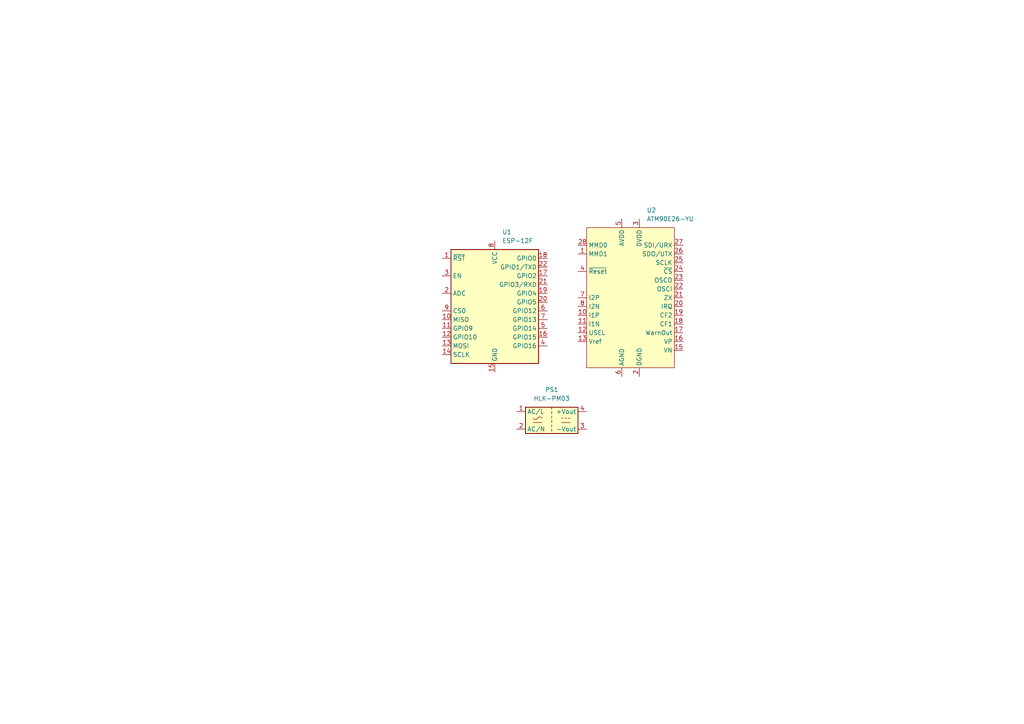
<source format=kicad_sch>
(kicad_sch (version 20250114) (generator "eeschema") (generator_version "9.0")
  (paper "A4")
  (lib_symbols
    (symbol "Converter_ACDC:HLK-PM03"
      (property "Reference" "PS" (at 0 5.08 0))
      (property "Value" "HLK-PM03" (at 0 -5.08 0))
      (symbol "HLK-PM03_0_1"
        (rectangle (start -7.62 3.81) (end 7.62 -3.81) (stroke (width 0.254)) (fill (type background)))
        (polyline (pts (xy -5.334 -0.635) (xy -2.794 -0.635)))
        (arc (start -4.064 0.635) (mid -4.699 0.2495) (end -5.334 0.635))
        (arc (start -4.064 0.635) (mid -3.429 1.0072) (end -2.794 0.635))
        (polyline (pts (xy 0 3.81) (xy 0 3.175)))
        (polyline (pts (xy 0 2.54) (xy 0 1.905)))
        (polyline (pts (xy 0 1.27) (xy 0 0.635)))
        (polyline (pts (xy 0 0) (xy 0 -0.635)))
        (polyline (pts (xy 0 -1.27) (xy 0 -1.905)))
        (polyline (pts (xy 0 -2.54) (xy 0 -3.175)))
        (polyline (pts (xy 2.794 0.635) (xy 3.302 0.635)))
        (polyline (pts (xy 2.794 -0.635) (xy 5.334 -0.635)))
        (polyline (pts (xy 3.81 0.635) (xy 4.318 0.635)))
        (polyline (pts (xy 4.826 0.635) (xy 5.334 0.635)))
      )
      (symbol "HLK-PM03_1_1"
        (pin power_in line (at -10.16 2.54 0) (length 2.54) (name "AC/L") (number "1"))
        (pin power_in line (at -10.16 -2.54 0) (length 2.54) (name "AC/N") (number "2"))
        (pin power_out line (at 10.16 2.54 180) (length 2.54) (name "+Vout") (number "4"))
        (pin power_out line (at 10.16 -2.54 180) (length 2.54) (name "-Vout") (number "3"))
      )
    )
    (symbol "RF_Module:ESP-12F"
      (property "Reference" "U" (at -12.7 19.05 0))
      (property "Value" "ESP-12F" (at 12.7 19.05 0))
      (symbol "ESP-12F_0_1"
        (rectangle (start -12.7 17.78) (end 12.7 -15.24) (stroke (width 0.254)) (fill (type background)))
      )
      (symbol "ESP-12F_1_1"
        (pin input line (at -15.24 15.24 0) (length 2.54) (name "~{RST}") (number "1"))
        (pin input line (at -15.24 10.16 0) (length 2.54) (name "EN") (number "3"))
        (pin input line (at -15.24 5.08 0) (length 2.54) (name "ADC") (number "2"))
        (pin input line (at -15.24 0 0) (length 2.54) (name "CS0") (number "9"))
        (pin bidirectional line (at -15.24 -2.54 0) (length 2.54) (name "MISO") (number "10"))
        (pin bidirectional line (at -15.24 -5.08 0) (length 2.54) (name "GPIO9") (number "11"))
        (pin bidirectional line (at -15.24 -7.62 0) (length 2.54) (name "GPIO10") (number "12"))
        (pin bidirectional line (at -15.24 -10.16 0) (length 2.54) (name "MOSI") (number "13"))
        (pin bidirectional line (at -15.24 -12.7 0) (length 2.54) (name "SCLK") (number "14"))
        (pin power_in line (at 0 20.32 270) (length 2.54) (name "VCC") (number "8"))
        (pin power_in line (at 0 -17.78 90) (length 2.54) (name "GND") (number "15"))
        (pin bidirectional line (at 15.24 15.24 180) (length 2.54) (name "GPIO0") (number "18"))
        (pin bidirectional line (at 15.24 12.7 180) (length 2.54) (name "GPIO1/TXD") (number "22"))
        (pin bidirectional line (at 15.24 10.16 180) (length 2.54) (name "GPIO2") (number "17"))
        (pin bidirectional line (at 15.24 7.62 180) (length 2.54) (name "GPIO3/RXD") (number "21"))
        (pin bidirectional line (at 15.24 5.08 180) (length 2.54) (name "GPIO4") (number "19"))
        (pin bidirectional line (at 15.24 2.54 180) (length 2.54) (name "GPIO5") (number "20"))
        (pin bidirectional line (at 15.24 0 180) (length 2.54) (name "GPIO12") (number "6"))
        (pin bidirectional line (at 15.24 -2.54 180) (length 2.54) (name "GPIO13") (number "7"))
        (pin bidirectional line (at 15.24 -5.08 180) (length 2.54) (name "GPIO14") (number "5"))
        (pin bidirectional line (at 15.24 -7.62 180) (length 2.54) (name "GPIO15") (number "16"))
        (pin bidirectional line (at 15.24 -10.16 180) (length 2.54) (name "GPIO16") (number "4"))
      )
    )
    (symbol "Sensor_Energy:ATM90E26-YU"
      (property "Reference" "U" (at -10.16 21.2598 0))
      (property "Value" "ATM90E26-YU" (at -17.78 -22.86 0))
      (symbol "ATM90E26-YU_1_0"
        (pin input line (at -15.24 15.24 0) (length 2.54) (name "MMD0") (number "28"))
        (pin input line (at -15.24 12.7 0) (length 2.54) (name "MMD1") (number "1"))
        (pin input line (at -15.24 7.62 0) (length 2.54) (name "~{Reset}") (number "4"))
        (pin input line (at -15.24 0 0) (length 2.54) (name "I2P") (number "7"))
        (pin input line (at -15.24 -2.54 0) (length 2.54) (name "I2N") (number "8"))
        (pin input line (at -15.24 -5.08 0) (length 2.54) (name "I1P") (number "10"))
        (pin input line (at -15.24 -7.62 0) (length 2.54) (name "I1N") (number "11"))
        (pin input line (at -15.24 -10.16 0) (length 2.54) (name "USEL") (number "12"))
        (pin output line (at -15.24 -12.7 0) (length 2.54) (name "Vref") (number "13"))
        (pin power_in line (at -2.54 22.86 270) (length 2.54) (name "AVDD") (number "5"))
        (pin passive line (at -2.54 -22.86 90) (length 2.54) (hide yes) (name "AGND") (number "14"))
        (pin power_in line (at -2.54 -22.86 90) (length 2.54) (name "AGND") (number "6"))
        (pin power_in line (at 2.54 22.86 270) (length 2.54) (name "DVDD") (number "3"))
        (pin power_in line (at 2.54 -22.86 90) (length 2.54) (name "DGND") (number "2"))
        (pin passive line (at 2.54 -22.86 90) (length 2.54) (hide yes) (name "DGND") (number "9"))
        (pin input line (at 15.24 15.24 180) (length 2.54) (name "SDI/URX") (number "27"))
        (pin output line (at 15.24 12.7 180) (length 2.54) (name "SDO/UTX") (number "26"))
        (pin input line (at 15.24 10.16 180) (length 2.54) (name "SCLK") (number "25"))
        (pin input line (at 15.24 7.62 180) (length 2.54) (name "~{CS}") (number "24"))
        (pin output line (at 15.24 5.08 180) (length 2.54) (name "OSCO") (number "23"))
        (pin input line (at 15.24 2.54 180) (length 2.54) (name "OSCI") (number "22"))
        (pin output line (at 15.24 0 180) (length 2.54) (name "ZX") (number "21"))
        (pin output line (at 15.24 -2.54 180) (length 2.54) (name "IRQ") (number "20"))
        (pin output line (at 15.24 -5.08 180) (length 2.54) (name "CF2") (number "19"))
        (pin output line (at 15.24 -7.62 180) (length 2.54) (name "CF1") (number "18"))
        (pin output line (at 15.24 -10.16 180) (length 2.54) (name "WarnOut") (number "17"))
        (pin input line (at 15.24 -12.7 180) (length 2.54) (name "VP") (number "16"))
        (pin input line (at 15.24 -15.24 180) (length 2.54) (name "VN") (number "15"))
      )
      (symbol "ATM90E26-YU_1_1"
        (rectangle (start -12.7 20.32) (end 12.7 -20.32) (fill (type background)))
      )
    )
  )
  (symbol (lib_id "RF_Module:ESP-12F") (at 143.51 90.17 0) (unit 1)
    (property "Reference" "U1" (at 145.6533 67.31 0) (effects (justify left)))
    (property "Value" "ESP-12F" (at 145.6533 69.85 0) (effects (justify left)))
    (property "Footprint" "RF_Module:ESP-12E" (effects (hide yes)))
    (property "Datasheet" "http://wiki.ai-thinker.com/_media/esp8266/esp8266_series_modules_user_manual_v1.1.pdf" (effects (hide yes)))
    (property "Description" "802.11 b/g/n Wi-Fi Module" (effects (hide yes)))
  )
  (symbol (lib_id "Converter_ACDC:HLK-PM03") (at 160.02 121.92 0) (unit 1)
    (property "Reference" "PS1" (at 160.02 113.03 0))
    (property "Value" "HLK-PM03" (at 160.02 115.57 0))
    (property "Footprint" "Converter_ACDC:Converter_ACDC_Hi-Link_HLK-PMxx" (effects (hide yes)))
    (property "Datasheet" "https://h.hlktech.com/download/ACDC%E7%94%B5%E6%BA%90%E6%A8%A1%E5%9D%973W%E7%B3%BB%E5%88%97/1/%E6%B5%B7%E5%87%8C%E7%A7%913W%E7%B3%BB%E5%88%97%E7%94%B5%E6%BA%90%E6%A8%A1%E5%9D%97%E8%A7%84%E6%A0%BC%E4%B9%A6V2.8.pdf" (effects (hide yes)))
    (property "Description" "Compact AC/DC board mount power module 3W 3V3" (effects (hide yes)))
  )
  (symbol (lib_id "Sensor_Energy:ATM90E26-YU") (at 182.88 86.36 0) (unit 1)
    (property "Reference" "U2" (at 187.5633 60.96 0) (effects (justify left)))
    (property "Value" "ATM90E26-YU" (at 187.5633 63.5 0) (effects (justify left)))
    (property "Footprint" "Package_SO:SSOP-28_5.3x10.2mm_P0.65mm" (effects (hide yes)))
    (property "Datasheet" "https://ww1.microchip.com/downloads/aemDocuments/documents/OTH/ProductDocuments/DataSheets/Atmel-46002-SE-M90E26-Datasheet.pdf" (effects (hide yes)))
    (property "Description" "High precision energy metering device for single-phase two-wire and single-phase three-wire, SSOP-28" (effects (hide yes)))
  )
)
</source>
